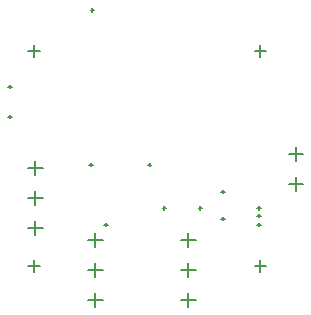
<source format=gbr>
%TF.GenerationSoftware,Altium Limited,Altium Designer,21.2.1 (34)*%
G04 Layer_Color=128*
%FSLAX26Y26*%
%MOIN*%
%TF.SameCoordinates,9B619AE5-86D3-421A-82E6-E0B3A417AA1F*%
%TF.FilePolarity,Positive*%
%TF.FileFunction,Drillmap*%
%TF.Part,Single*%
G01*
G75*
%TA.AperFunction,NonConductor*%
%ADD54C,0.005000*%
D54*
X3990315Y1908464D02*
X4029685D01*
X4010000Y1888779D02*
Y1928149D01*
X3990315Y2625000D02*
X4029685D01*
X4010000Y2605315D02*
Y2644685D01*
X4105378Y2181000D02*
X4152622D01*
X4129000Y2157378D02*
Y2204622D01*
X4105378Y2281000D02*
X4152622D01*
X4129000Y2257378D02*
Y2304622D01*
X3436378Y1795000D02*
X3483622D01*
X3460000Y1771378D02*
Y1818622D01*
X3436378Y1895000D02*
X3483622D01*
X3460000Y1871378D02*
Y1918622D01*
X3436378Y1995000D02*
X3483622D01*
X3460000Y1971378D02*
Y2018622D01*
X3746378Y1795000D02*
X3793622D01*
X3770000Y1771378D02*
Y1818622D01*
X3746378Y1895000D02*
X3793622D01*
X3770000Y1871378D02*
Y1918622D01*
X3746378Y1995000D02*
X3793622D01*
X3770000Y1971378D02*
Y2018622D01*
X3236378Y2035000D02*
X3283622D01*
X3260000Y2011378D02*
Y2058622D01*
X3236378Y2135000D02*
X3283622D01*
X3260000Y2111378D02*
Y2158622D01*
X3236378Y2235000D02*
X3283622D01*
X3260000Y2211378D02*
Y2258622D01*
X3235590Y2625000D02*
X3274960D01*
X3255275Y2605315D02*
Y2644685D01*
X3235590Y1908464D02*
X3274960D01*
X3255275Y1888779D02*
Y1928149D01*
X3488862Y2045000D02*
X3500862D01*
X3494862Y2039000D02*
Y2051000D01*
X3999000Y2100000D02*
X4011000D01*
X4005000Y2094000D02*
Y2106000D01*
X3804000Y2100000D02*
X3816000D01*
X3810000Y2094000D02*
Y2106000D01*
X3999000Y2075000D02*
X4011000D01*
X4005000Y2069000D02*
Y2081000D01*
X3879000Y2065000D02*
X3891000D01*
X3885000Y2059000D02*
Y2071000D01*
X3999000Y2045000D02*
X4011000D01*
X4005000Y2039000D02*
Y2051000D01*
X3438685Y2245000D02*
X3450685D01*
X3444685Y2239000D02*
Y2251000D01*
X3684000Y2100000D02*
X3696000D01*
X3690000Y2094000D02*
Y2106000D01*
X3634315Y2245000D02*
X3646315D01*
X3640315Y2239000D02*
Y2251000D01*
X3169000Y2505000D02*
X3181000D01*
X3175000Y2499000D02*
Y2511000D01*
X3169000Y2405000D02*
X3181000D01*
X3175000Y2399000D02*
Y2411000D01*
X3879000Y2155000D02*
X3891000D01*
X3885000Y2149000D02*
Y2161000D01*
X3444000Y2760000D02*
X3456000D01*
X3450000Y2754000D02*
Y2766000D01*
%TF.MD5,265799cb8e33135c1050cbfd3e90ceb9*%
M02*

</source>
